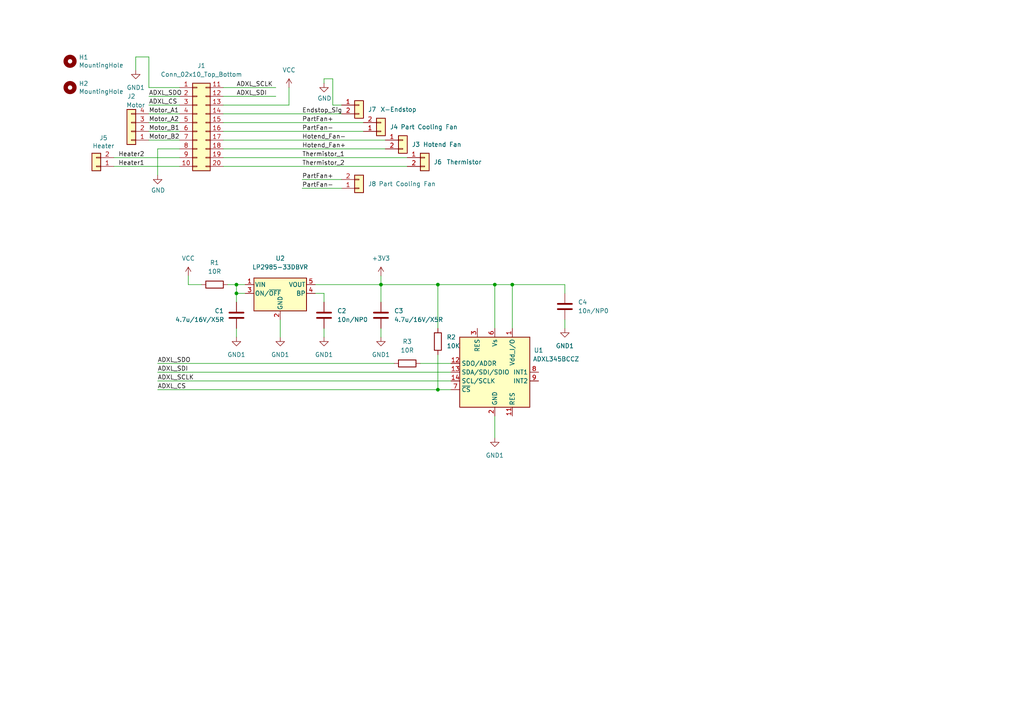
<source format=kicad_sch>
(kicad_sch (version 20211123) (generator eeschema)
  (paper "A4")
  (lib_symbols
    (symbol "Connector_Generic:Conn_01x02" (pin_names (offset 1.016) hide)
      (property "Reference" "J" (at 0 2.54 0))
      (property "Value" "Conn_01x02" (at 0 -5.08 0))
      (symbol "Conn_01x02_1_1"
        (rectangle (start -1.27 -2.413) (end 0 -2.667) (stroke (width 0.1524)))
        (rectangle (start -1.27 0.127) (end 0 -0.127) (stroke (width 0.1524)))
        (rectangle (start -1.27 1.27) (end 1.27 -3.81) (stroke (width 0.254)) (fill (type background)))
        (pin passive line (at -5.08 0 0) (length 3.81) (name "Pin_1") (number "1"))
        (pin passive line (at -5.08 -2.54 0) (length 3.81) (name "Pin_2") (number "2"))
      )
    )
    (symbol "Connector_Generic:Conn_01x04" (pin_names (offset 1.016) hide)
      (property "Reference" "J" (at 0 5.08 0))
      (property "Value" "Conn_01x04" (at 0 -7.62 0))
      (symbol "Conn_01x04_1_1"
        (rectangle (start -1.27 -4.953) (end 0 -5.207) (stroke (width 0.1524)))
        (rectangle (start -1.27 -2.413) (end 0 -2.667) (stroke (width 0.1524)))
        (rectangle (start -1.27 0.127) (end 0 -0.127) (stroke (width 0.1524)))
        (rectangle (start -1.27 2.667) (end 0 2.413) (stroke (width 0.1524)))
        (rectangle (start -1.27 3.81) (end 1.27 -6.35) (stroke (width 0.254)) (fill (type background)))
        (pin passive line (at -5.08 2.54 0) (length 3.81) (name "Pin_1") (number "1"))
        (pin passive line (at -5.08 0 0) (length 3.81) (name "Pin_2") (number "2"))
        (pin passive line (at -5.08 -2.54 0) (length 3.81) (name "Pin_3") (number "3"))
        (pin passive line (at -5.08 -5.08 0) (length 3.81) (name "Pin_4") (number "4"))
      )
    )
    (symbol "Connector_Generic:Conn_02x10_Top_Bottom" (pin_names (offset 1.016) hide)
      (property "Reference" "J" (at 1.27 12.7 0))
      (property "Value" "Conn_02x10_Top_Bottom" (at 1.27 -15.24 0))
      (symbol "Conn_02x10_Top_Bottom_1_1"
        (rectangle (start -1.27 -12.573) (end 0 -12.827) (stroke (width 0.1524)))
        (rectangle (start -1.27 -10.033) (end 0 -10.287) (stroke (width 0.1524)))
        (rectangle (start -1.27 -7.493) (end 0 -7.747) (stroke (width 0.1524)))
        (rectangle (start -1.27 -4.953) (end 0 -5.207) (stroke (width 0.1524)))
        (rectangle (start -1.27 -2.413) (end 0 -2.667) (stroke (width 0.1524)))
        (rectangle (start -1.27 0.127) (end 0 -0.127) (stroke (width 0.1524)))
        (rectangle (start -1.27 2.667) (end 0 2.413) (stroke (width 0.1524)))
        (rectangle (start -1.27 5.207) (end 0 4.953) (stroke (width 0.1524)))
        (rectangle (start -1.27 7.747) (end 0 7.493) (stroke (width 0.1524)))
        (rectangle (start -1.27 10.287) (end 0 10.033) (stroke (width 0.1524)))
        (rectangle (start -1.27 11.43) (end 3.81 -13.97) (stroke (width 0.254)) (fill (type background)))
        (rectangle (start 3.81 -12.573) (end 2.54 -12.827) (stroke (width 0.1524)))
        (rectangle (start 3.81 -10.033) (end 2.54 -10.287) (stroke (width 0.1524)))
        (rectangle (start 3.81 -7.493) (end 2.54 -7.747) (stroke (width 0.1524)))
        (rectangle (start 3.81 -4.953) (end 2.54 -5.207) (stroke (width 0.1524)))
        (rectangle (start 3.81 -2.413) (end 2.54 -2.667) (stroke (width 0.1524)))
        (rectangle (start 3.81 0.127) (end 2.54 -0.127) (stroke (width 0.1524)))
        (rectangle (start 3.81 2.667) (end 2.54 2.413) (stroke (width 0.1524)))
        (rectangle (start 3.81 5.207) (end 2.54 4.953) (stroke (width 0.1524)))
        (rectangle (start 3.81 7.747) (end 2.54 7.493) (stroke (width 0.1524)))
        (rectangle (start 3.81 10.287) (end 2.54 10.033) (stroke (width 0.1524)))
        (pin passive line (at -5.08 10.16 0) (length 3.81) (name "Pin_1") (number "1"))
        (pin passive line (at -5.08 -12.7 0) (length 3.81) (name "Pin_10") (number "10"))
        (pin passive line (at 7.62 10.16 180) (length 3.81) (name "Pin_11") (number "11"))
        (pin passive line (at 7.62 7.62 180) (length 3.81) (name "Pin_12") (number "12"))
        (pin passive line (at 7.62 5.08 180) (length 3.81) (name "Pin_13") (number "13"))
        (pin passive line (at 7.62 2.54 180) (length 3.81) (name "Pin_14") (number "14"))
        (pin passive line (at 7.62 0 180) (length 3.81) (name "Pin_15") (number "15"))
        (pin passive line (at 7.62 -2.54 180) (length 3.81) (name "Pin_16") (number "16"))
        (pin passive line (at 7.62 -5.08 180) (length 3.81) (name "Pin_17") (number "17"))
        (pin passive line (at 7.62 -7.62 180) (length 3.81) (name "Pin_18") (number "18"))
        (pin passive line (at 7.62 -10.16 180) (length 3.81) (name "Pin_19") (number "19"))
        (pin passive line (at -5.08 7.62 0) (length 3.81) (name "Pin_2") (number "2"))
        (pin passive line (at 7.62 -12.7 180) (length 3.81) (name "Pin_20") (number "20"))
        (pin passive line (at -5.08 5.08 0) (length 3.81) (name "Pin_3") (number "3"))
        (pin passive line (at -5.08 2.54 0) (length 3.81) (name "Pin_4") (number "4"))
        (pin passive line (at -5.08 0 0) (length 3.81) (name "Pin_5") (number "5"))
        (pin passive line (at -5.08 -2.54 0) (length 3.81) (name "Pin_6") (number "6"))
        (pin passive line (at -5.08 -5.08 0) (length 3.81) (name "Pin_7") (number "7"))
        (pin passive line (at -5.08 -7.62 0) (length 3.81) (name "Pin_8") (number "8"))
        (pin passive line (at -5.08 -10.16 0) (length 3.81) (name "Pin_9") (number "9"))
      )
    )
    (symbol "Device:C" (pin_numbers hide) (pin_names (offset 0.254))
      (property "Reference" "C" (at 0.635 2.54 0))
      (property "Value" "C" (at 0.635 -2.54 0))
      (symbol "C_0_1"
        (polyline (pts (xy -2.032 -0.762) (xy 2.032 -0.762)) (stroke (width 0.508)))
        (polyline (pts (xy -2.032 0.762) (xy 2.032 0.762)) (stroke (width 0.508)))
      )
      (symbol "C_1_1"
        (pin passive line (at 0 3.81 270) (length 2.794) (name "~") (number "1"))
        (pin passive line (at 0 -3.81 90) (length 2.794) (name "~") (number "2"))
      )
    )
    (symbol "Device:R" (pin_numbers hide) (pin_names (offset 0))
      (property "Reference" "R" (at 2.032 0 90))
      (property "Value" "R" (at 0 0 90))
      (symbol "R_0_1"
        (rectangle (start -1.016 -2.54) (end 1.016 2.54) (stroke (width 0.254)))
      )
      (symbol "R_1_1"
        (pin passive line (at 0 3.81 270) (length 1.27) (name "~") (number "1"))
        (pin passive line (at 0 -3.81 90) (length 1.27) (name "~") (number "2"))
      )
    )
    (symbol "Mechanical:MountingHole" (pin_names (offset 1.016))
      (property "Reference" "H" (at 0 5.08 0))
      (property "Value" "MountingHole" (at 0 3.175 0))
      (symbol "MountingHole_0_1"
        (circle (center 0 0) (radius 1.27) (stroke (width 1.27)))
      )
    )
    (symbol "Regulator_Linear:LP2985-3.3" (pin_names (offset 0.254))
      (property "Reference" "U" (at -6.35 5.715 0))
      (property "Value" "LP2985-3.3" (at 0 5.715 0))
      (symbol "LP2985-3.3_0_1"
        (rectangle (start -7.62 -5.08) (end 7.62 4.445) (stroke (width 0.254)) (fill (type background)))
      )
      (symbol "LP2985-3.3_1_1"
        (pin power_in line (at -10.16 2.54 0) (length 2.54) (name "VIN") (number "1"))
        (pin power_in line (at 0 -7.62 90) (length 2.54) (name "GND") (number "2"))
        (pin input line (at -10.16 0 0) (length 2.54) (name "ON/~{OFF}") (number "3"))
        (pin input line (at 10.16 0 180) (length 2.54) (name "BP") (number "4"))
        (pin power_out line (at 10.16 2.54 180) (length 2.54) (name "VOUT") (number "5"))
      )
    )
    (symbol "Sensor_Motion:ADXL343"
      (property "Reference" "U" (at -8.89 11.43 0))
      (property "Value" "ADXL343" (at -7.62 -11.43 0))
      (symbol "ADXL343_0_1"
        (rectangle (start -10.16 10.16) (end 10.16 -10.16) (stroke (width 0.254)) (fill (type background)))
      )
      (symbol "ADXL343_1_1"
        (pin power_in line (at 5.08 12.7 270) (length 2.54) (name "Vdd_I/O") (number "1"))
        (pin no_connect line (at -5.08 -10.16 90) (length 2.54) hide (name "NC") (number "10"))
        (pin passive line (at 5.08 -12.7 90) (length 2.54) (name "RES") (number "11"))
        (pin bidirectional line (at -12.7 2.54 0) (length 2.54) (name "SDO/ADDR") (number "12"))
        (pin bidirectional line (at -12.7 0 0) (length 2.54) (name "SDA/SDI/SDIO") (number "13"))
        (pin input line (at -12.7 -2.54 0) (length 2.54) (name "SCL/SCLK") (number "14"))
        (pin power_in line (at 0 -12.7 90) (length 2.54) (name "GND") (number "2"))
        (pin passive line (at -5.08 12.7 270) (length 2.54) (name "RES") (number "3"))
        (pin passive line (at 0 -12.7 90) (length 2.54) hide (name "GND") (number "4"))
        (pin passive line (at 0 -12.7 90) (length 2.54) hide (name "GND") (number "5"))
        (pin power_in line (at 0 12.7 270) (length 2.54) (name "Vs") (number "6"))
        (pin input line (at -12.7 -5.08 0) (length 2.54) (name "~{CS}") (number "7"))
        (pin output line (at 12.7 0 180) (length 2.54) (name "INT1") (number "8"))
        (pin output line (at 12.7 -2.54 180) (length 2.54) (name "INT2") (number "9"))
      )
    )
    (symbol "Toolhead_PCB:GND" (power) (pin_names (offset 0))
      (property "Value" "GND" (at 0 -3.81 0))
      (symbol "GND_0_1"
        (polyline (pts (xy 0 0) (xy 0 -1.27) (xy 1.27 -1.27) (xy 0 -2.54) (xy -1.27 -1.27) (xy 0 -1.27)))
      )
      (symbol "GND_1_1"
        (pin power_in line (at 0 0 270) (length 0) hide (name "GND") (number "1"))
      )
    )
    (symbol "power:+3.3V" (power) (pin_names (offset 0))
      (property "Value" "+3.3V" (at 0 3.556 0))
      (symbol "+3.3V_0_1"
        (polyline (pts (xy -0.762 1.27) (xy 0 2.54)))
        (polyline (pts (xy 0 0) (xy 0 2.54)))
        (polyline (pts (xy 0 2.54) (xy 0.762 1.27)))
      )
      (symbol "+3.3V_1_1"
        (pin power_in line (at 0 0 90) (length 0) hide (name "+3V3") (number "1"))
      )
    )
    (symbol "power:GND1" (power) (pin_names (offset 0))
      (property "Value" "GND1" (at 0 -3.81 0))
      (symbol "GND1_0_1"
        (polyline (pts (xy 0 0) (xy 0 -1.27) (xy 1.27 -1.27) (xy 0 -2.54) (xy -1.27 -1.27) (xy 0 -1.27)))
      )
      (symbol "GND1_1_1"
        (pin power_in line (at 0 0 270) (length 0) hide (name "GND1") (number "1"))
      )
    )
    (symbol "power:VCC" (power) (pin_names (offset 0))
      (property "Value" "VCC" (at 0 3.81 0))
      (symbol "VCC_0_1"
        (polyline (pts (xy -0.762 1.27) (xy 0 2.54)))
        (polyline (pts (xy 0 0) (xy 0 2.54)))
        (polyline (pts (xy 0 2.54) (xy 0.762 1.27)))
      )
      (symbol "VCC_1_1"
        (pin power_in line (at 0 0 90) (length 0) hide (name "VCC") (number "1"))
      )
    )
  )
  (junction (at 148.59 82.55))
  (junction (at 127 113.03))
  (junction (at 68.58 82.55))
  (junction (at 143.51 82.55))
  (junction (at 110.49 82.55))
  (junction (at 68.58 85.09))
  (junction (at 127 82.55))
  (wire (pts (xy 118.11 45.72) (xy 64.77 45.72)))
  (wire (pts (xy 33.02 48.26) (xy 52.07 48.26)))
  (wire (pts (xy 148.59 82.55) (xy 148.59 95.25)))
  (wire (pts (xy 110.49 80.01) (xy 110.49 82.55)))
  (wire (pts (xy 64.77 38.1) (xy 105.41 38.1)))
  (wire (pts (xy 39.37 16.51) (xy 43.18 16.51)))
  (wire (pts (xy 110.49 82.55) (xy 127 82.55)))
  (wire (pts (xy 68.58 85.09) (xy 71.12 85.09)))
  (wire (pts (xy 127 102.87) (xy 127 113.03)))
  (wire (pts (xy 45.72 107.95) (xy 130.81 107.95)))
  (wire (pts (xy 39.37 20.32) (xy 39.37 16.51)))
  (wire (pts (xy 43.18 35.56) (xy 52.07 35.56)))
  (wire (pts (xy 93.98 85.09) (xy 91.44 85.09)))
  (wire (pts (xy 127 82.55) (xy 143.51 82.55)))
  (wire (pts (xy 93.98 22.86) (xy 93.98 24.13)))
  (wire (pts (xy 127 82.55) (xy 127 95.25)))
  (wire (pts (xy 87.63 52.07) (xy 99.06 52.07)))
  (wire (pts (xy 45.72 105.41) (xy 114.3 105.41)))
  (wire (pts (xy 43.18 27.94) (xy 52.07 27.94)))
  (wire (pts (xy 52.07 45.72) (xy 33.02 45.72)))
  (wire (pts (xy 68.58 95.25) (xy 68.58 97.79)))
  (wire (pts (xy 43.18 25.4) (xy 43.18 16.51)))
  (wire (pts (xy 148.59 82.55) (xy 163.83 82.55)))
  (wire (pts (xy 118.11 48.26) (xy 64.77 48.26)))
  (wire (pts (xy 91.44 82.55) (xy 110.49 82.55)))
  (wire (pts (xy 68.58 82.55) (xy 71.12 82.55)))
  (wire (pts (xy 43.18 38.1) (xy 52.07 38.1)))
  (wire (pts (xy 143.51 82.55) (xy 148.59 82.55)))
  (wire (pts (xy 143.51 120.65) (xy 143.51 127)))
  (wire (pts (xy 83.82 30.48) (xy 83.82 25.4)))
  (wire (pts (xy 87.63 54.61) (xy 99.06 54.61)))
  (wire (pts (xy 163.83 95.25) (xy 163.83 92.71)))
  (wire (pts (xy 64.77 33.02) (xy 99.06 33.02)))
  (wire (pts (xy 163.83 85.09) (xy 163.83 82.55)))
  (wire (pts (xy 45.72 43.18) (xy 45.72 50.8)))
  (wire (pts (xy 68.58 87.63) (xy 68.58 85.09)))
  (wire (pts (xy 93.98 87.63) (xy 93.98 85.09)))
  (wire (pts (xy 81.28 92.71) (xy 81.28 97.79)))
  (wire (pts (xy 64.77 25.4) (xy 80.01 25.4)))
  (wire (pts (xy 52.07 43.18) (xy 45.72 43.18)))
  (wire (pts (xy 64.77 27.94) (xy 80.01 27.94)))
  (wire (pts (xy 43.18 30.48) (xy 52.07 30.48)))
  (wire (pts (xy 110.49 95.25) (xy 110.49 97.79)))
  (wire (pts (xy 105.41 35.56) (xy 64.77 35.56)))
  (wire (pts (xy 43.18 40.64) (xy 52.07 40.64)))
  (wire (pts (xy 143.51 82.55) (xy 143.51 95.25)))
  (wire (pts (xy 96.52 22.86) (xy 93.98 22.86)))
  (wire (pts (xy 58.42 82.55) (xy 54.61 82.55)))
  (wire (pts (xy 64.77 30.48) (xy 83.82 30.48)))
  (wire (pts (xy 99.06 30.48) (xy 96.52 30.48)))
  (wire (pts (xy 66.04 82.55) (xy 68.58 82.55)))
  (wire (pts (xy 43.18 33.02) (xy 52.07 33.02)))
  (wire (pts (xy 121.92 105.41) (xy 130.81 105.41)))
  (wire (pts (xy 45.72 110.49) (xy 130.81 110.49)))
  (wire (pts (xy 52.07 25.4) (xy 43.18 25.4)))
  (wire (pts (xy 64.77 43.18) (xy 111.76 43.18)))
  (wire (pts (xy 111.76 40.64) (xy 64.77 40.64)))
  (wire (pts (xy 110.49 82.55) (xy 110.49 87.63)))
  (wire (pts (xy 54.61 82.55) (xy 54.61 80.01)))
  (wire (pts (xy 93.98 95.25) (xy 93.98 97.79)))
  (wire (pts (xy 68.58 85.09) (xy 68.58 82.55)))
  (wire (pts (xy 96.52 30.48) (xy 96.52 22.86)))
  (wire (pts (xy 45.72 113.03) (xy 127 113.03)))
  (wire (pts (xy 127 113.03) (xy 130.81 113.03)))
  (label "ADXL_SDO" (at 45.72 105.41 0))
  (label "ADXL_SDI" (at 68.58 27.94 0))
  (label "ADXL_SCLK" (at 45.72 110.49 0))
  (label "ADXL_CS" (at 45.72 113.03 0))
  (label "PartFan-" (at 87.63 38.1 0))
  (label "ADXL_SDO" (at 43.18 27.94 0))
  (label "Motor_A2" (at 43.18 35.56 0))
  (label "Thermistor_1" (at 87.63 45.72 0))
  (label "Heater1" (at 41.91 48.26 180))
  (label "Motor_B2" (at 43.18 40.64 0))
  (label "Motor_B1" (at 43.18 38.1 0))
  (label "Motor_A1" (at 43.18 33.02 0))
  (label "Endstop_Sig" (at 87.63 33.02 0))
  (label "Thermistor_2" (at 87.63 48.26 0))
  (label "PartFan+" (at 87.63 35.56 0))
  (label "Hotend_Fan-" (at 87.63 40.64 0))
  (label "Hotend_Fan+" (at 87.63 43.18 0))
  (label "ADXL_SDI" (at 45.72 107.95 0))
  (label "PartFan-" (at 87.63 54.61 0))
  (label "ADXL_CS" (at 43.18 30.48 0))
  (label "ADXL_SCLK" (at 68.58 25.4 0))
  (label "Heater2" (at 41.91 45.72 180))
  (label "PartFan+" (at 87.63 52.07 0))
  (symbol (lib_id "Connector_Generic:Conn_01x04") (at 38.1 38.1 180) (unit 1)
    (property "Reference" "J2" (at 38.1 27.94 0))
    (property "Value" "Motor" (at 39.37 30.48 0))
    (property "Footprint" "Connector_JST:JST_XH_B4B-XH-A_1x04_P2.50mm_Vertical" (effects hide))
  )
  (symbol (lib_id "Connector_Generic:Conn_01x02") (at 27.94 48.26 180) (unit 1)
    (property "Reference" "J5" (at 30.0228 40.005 0))
    (property "Value" "Heater" (at 30.0228 42.3164 0))
    (property "Footprint" "Connector_JST:JST_XH_B2B-XH-A_1x02_P2.50mm_Vertical" (effects hide))
  )
  (symbol (lib_id "Toolhead_PCB:GND") (at 45.72 50.8 0) (unit 1)
    (property "Reference" "#PWR0101" (effects hide))
    (property "Value" "GND" (at 45.847 55.1942 0))
  )
  (symbol (lib_id "Connector_Generic:Conn_01x02") (at 104.14 30.48 0) (unit 1)
    (property "Reference" "J7" (at 107.95 31.75 0))
    (property "Value" "X-Endstop" (at 115.57 31.75 0))
    (property "Footprint" "Connector_JST:JST_XH_B2B-XH-A_1x02_P2.50mm_Vertical" (effects hide))
  )
  (symbol (lib_id "Connector_Generic:Conn_01x02") (at 110.49 38.1 0) (mirror x) (unit 1)
    (property "Reference" "J4" (at 114.3 36.83 0))
    (property "Value" "Part Cooling Fan" (at 124.46 36.83 0))
    (property "Footprint" "Connector_JST:JST_XH_B2B-XH-A_1x02_P2.50mm_Vertical" (effects hide))
  )
  (symbol (lib_id "Connector_Generic:Conn_01x02") (at 116.84 40.64 0) (unit 1)
    (property "Reference" "J3" (at 120.65 41.91 0))
    (property "Value" "Hotend Fan" (at 128.27 41.91 0))
    (property "Footprint" "Connector_JST:JST_XH_B2B-XH-A_1x02_P2.50mm_Vertical" (effects hide))
  )
  (symbol (lib_id "Connector_Generic:Conn_01x02") (at 123.19 45.72 0) (unit 1)
    (property "Reference" "J6" (at 127 46.99 0))
    (property "Value" "Thermistor" (at 134.62 46.99 0))
    (property "Footprint" "Connector_JST:JST_XH_B2B-XH-A_1x02_P2.50mm_Vertical" (effects hide))
  )
  (symbol (lib_id "Toolhead_PCB:GND") (at 93.98 24.13 0) (unit 1)
    (property "Reference" "#PWR0102" (effects hide))
    (property "Value" "GND" (at 94.107 28.5242 0))
  )
  (symbol (lib_id "Mechanical:MountingHole") (at 20.32 17.78 0) (unit 1) (in_bom no)
    (property "Reference" "H1" (at 22.86 16.6116 0) (effects (justify left)))
    (property "Value" "MountingHole" (at 22.86 18.923 0) (effects (justify left)))
    (property "Footprint" "MountingHole:MountingHole_3.2mm_M3" (effects hide))
  )
  (symbol (lib_id "Mechanical:MountingHole") (at 20.32 25.4 0) (unit 1) (in_bom no)
    (property "Reference" "H2" (at 22.86 24.2316 0) (effects (justify left)))
    (property "Value" "MountingHole" (at 22.86 26.543 0) (effects (justify left)))
    (property "Footprint" "MountingHole:MountingHole_3.2mm_M3" (effects hide))
  )
  (symbol (lib_id "Connector_Generic:Conn_01x02") (at 104.14 54.61 0) (mirror x) (unit 1)
    (property "Reference" "J8" (at 107.95 53.34 0))
    (property "Value" "Part Cooling Fan" (at 118.11 53.34 0))
    (property "Footprint" "Connector_JST:JST_XH_B2B-XH-A_1x02_P2.50mm_Vertical" (effects hide))
  )
  (symbol (lib_id "Device:R") (at 127 99.06 180) (unit 1)
    (property "Reference" "R2" (at 129.54 97.7899 0) (effects (justify right)))
    (property "Value" "10K" (at 129.54 100.3299 0) (effects (justify right)))
    (property "Footprint" "Resistor_SMD:R_0603_1608Metric" (effects hide))
  )
  (symbol (lib_id "power:GND1") (at 93.98 97.79 0) (unit 1)
    (property "Reference" "#PWR03" (effects hide))
    (property "Value" "GND1" (at 93.98 102.87 0))
  )
  (symbol (lib_id "power:GND1") (at 163.83 95.25 0) (unit 1)
    (property "Reference" "#PWR06" (effects hide))
    (property "Value" "GND1" (at 163.83 100.33 0))
  )
  (symbol (lib_id "power:GND1") (at 39.37 20.32 0) (unit 1)
    (property "Reference" "#PWR08" (effects hide))
    (property "Value" "GND1" (at 39.37 25.4 0))
  )
  (symbol (lib_id "Device:C") (at 93.98 91.44 0) (unit 1)
    (property "Reference" "C2" (at 97.79 90.1699 0) (effects (justify left)))
    (property "Value" "10n/NP0" (at 97.79 92.7099 0) (effects (justify left)))
    (property "Footprint" "Capacitor_SMD:C_0603_1608Metric" (effects hide))
  )
  (symbol (lib_id "power:VCC") (at 83.82 25.4 0) (unit 1)
    (property "Reference" "#PWR0104" (effects hide))
    (property "Value" "VCC" (at 83.82 20.32 0))
  )
  (symbol (lib_id "Device:C") (at 68.58 91.44 0) (unit 1)
    (property "Reference" "C1" (at 62.23 90.17 0) (effects (justify left)))
    (property "Value" "4.7u/16V/X5R" (at 50.8 92.71 0) (effects (justify left)))
    (property "Footprint" "Capacitor_SMD:C_0603_1608Metric" (effects hide))
  )
  (symbol (lib_id "power:VCC") (at 54.61 80.01 0) (unit 1)
    (property "Reference" "#PWR0103" (effects hide))
    (property "Value" "VCC" (at 54.61 74.93 0))
  )
  (symbol (lib_id "Connector_Generic:Conn_02x10_Top_Bottom") (at 57.15 35.56 0) (unit 1)
    (property "Reference" "J1" (at 58.42 19.05 0))
    (property "Value" "Conn_02x10_Top_Bottom" (at 58.42 21.59 0))
    (property "Footprint" "Toolhead_PCB:Molex_Micro-Fit_3.0_43045-2000_2x10_P3.00mm_Horizontal" (effects hide))
  )
  (symbol (lib_id "Device:C") (at 163.83 88.9 0) (unit 1)
    (property "Reference" "C4" (at 167.64 87.6299 0) (effects (justify left)))
    (property "Value" "10n/NP0" (at 167.64 90.1699 0) (effects (justify left)))
    (property "Footprint" "Capacitor_SMD:C_0603_1608Metric" (effects hide))
  )
  (symbol (lib_id "Regulator_Linear:LP2985-3.3") (at 81.28 85.09 0) (unit 1)
    (property "Reference" "U2" (at 81.28 74.93 0))
    (property "Value" "LP2985-33DBVR" (at 81.28 77.47 0))
    (property "Footprint" "Package_TO_SOT_SMD:SOT-23-5" (effects hide))
    (property "Datasheet" "http://www.ti.com/lit/ds/symlink/lp2985.pdf" (effects hide))
  )
  (symbol (lib_id "Device:C") (at 110.49 91.44 0) (unit 1)
    (property "Reference" "C3" (at 114.3 90.1699 0) (effects (justify left)))
    (property "Value" "4.7u/16V/X5R" (at 114.3 92.7099 0) (effects (justify left)))
    (property "Footprint" "Capacitor_SMD:C_0603_1608Metric" (effects hide))
  )
  (symbol (lib_id "Device:R") (at 62.23 82.55 90) (unit 1)
    (property "Reference" "R1" (at 62.23 76.2 90))
    (property "Value" "10R" (at 62.23 78.74 90))
    (property "Footprint" "Resistor_SMD:R_0603_1608Metric" (effects hide))
  )
  (symbol (lib_id "power:GND1") (at 81.28 97.79 0) (unit 1)
    (property "Reference" "#PWR02" (effects hide))
    (property "Value" "GND1" (at 81.28 102.87 0))
  )
  (symbol (lib_id "power:+3.3V") (at 110.49 80.01 0) (unit 1)
    (property "Reference" "#PWR07" (effects hide))
    (property "Value" "+3.3V" (at 110.49 74.93 0))
  )
  (symbol (lib_id "power:GND1") (at 110.49 97.79 0) (unit 1)
    (property "Reference" "#PWR04" (effects hide))
    (property "Value" "GND1" (at 110.49 102.87 0))
  )
  (symbol (lib_id "Device:R") (at 118.11 105.41 90) (unit 1)
    (property "Reference" "R3" (at 118.11 99.06 90))
    (property "Value" "10R" (at 118.11 101.6 90))
    (property "Footprint" "Resistor_SMD:R_0603_1608Metric" (effects hide))
  )
  (symbol (lib_id "Sensor_Motion:ADXL343") (at 143.51 107.95 0) (unit 1)
    (property "Reference" "U1" (at 156.21 101.6 0))
    (property "Value" "ADXL345BCCZ" (at 161.29 104.14 0))
    (property "Footprint" "Package_LGA:LGA-14_3x5mm_P0.8mm_LayoutBorder1x6y" (effects hide))
    (property "Datasheet" "https://www.analog.com/media/en/technical-documentation/data-sheets/ADXL343.pdf" (effects hide))
  )
  (symbol (lib_id "power:GND1") (at 143.51 127 0) (unit 1)
    (property "Reference" "#PWR05" (effects hide))
    (property "Value" "GND1" (at 143.51 132.08 0))
  )
  (symbol (lib_id "power:GND1") (at 68.58 97.79 0) (unit 1)
    (property "Reference" "#PWR01" (effects hide))
    (property "Value" "GND1" (at 68.58 102.87 0))
  )
)
</source>
